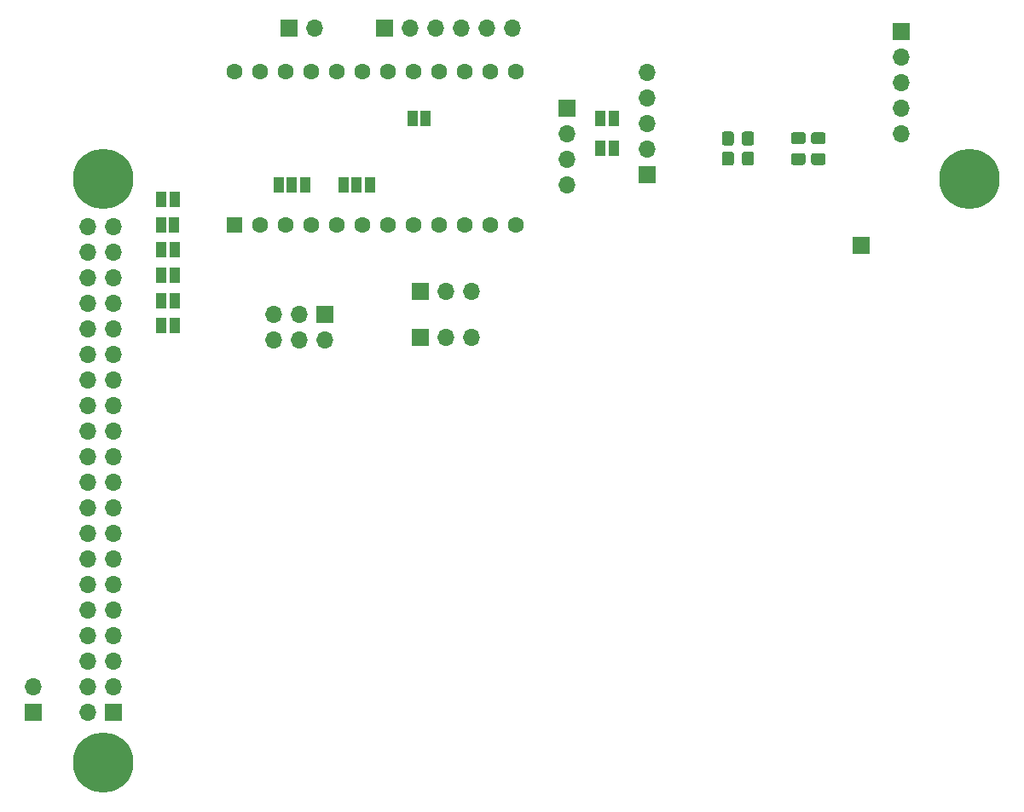
<source format=gbr>
%TF.GenerationSoftware,KiCad,Pcbnew,(5.1.10)-1*%
%TF.CreationDate,2022-01-27T16:25:42+08:00*%
%TF.ProjectId,hat,6861742e-6b69-4636-9164-5f7063625858,rev?*%
%TF.SameCoordinates,Original*%
%TF.FileFunction,Soldermask,Bot*%
%TF.FilePolarity,Negative*%
%FSLAX46Y46*%
G04 Gerber Fmt 4.6, Leading zero omitted, Abs format (unit mm)*
G04 Created by KiCad (PCBNEW (5.1.10)-1) date 2022-01-27 16:25:42*
%MOMM*%
%LPD*%
G01*
G04 APERTURE LIST*
%ADD10R,1.000000X1.500000*%
%ADD11C,1.600000*%
%ADD12R,1.600000X1.600000*%
%ADD13C,6.000000*%
%ADD14O,1.700000X1.700000*%
%ADD15R,1.700000X1.700000*%
G04 APERTURE END LIST*
D10*
%TO.C,JP2*%
X123840000Y-77600000D03*
X126440000Y-77600000D03*
X125140000Y-77600000D03*
%TD*%
%TO.C,JP1*%
X117420000Y-77580000D03*
X120020000Y-77580000D03*
X118720000Y-77580000D03*
%TD*%
D11*
%TO.C,U3*%
X113030000Y-66380000D03*
X115570000Y-66380000D03*
X118110000Y-66380000D03*
X120650000Y-66380000D03*
X123190000Y-66380000D03*
X125730000Y-66380000D03*
X128270000Y-66380000D03*
X130810000Y-66380000D03*
X133350000Y-66380000D03*
X135890000Y-66380000D03*
X138430000Y-66380000D03*
X140970000Y-66380000D03*
X140970000Y-81620000D03*
X138430000Y-81620000D03*
X135890000Y-81620000D03*
X133350000Y-81620000D03*
X130810000Y-81620000D03*
X128270000Y-81620000D03*
X125730000Y-81620000D03*
X123190000Y-81620000D03*
X120650000Y-81620000D03*
X118110000Y-81620000D03*
X115570000Y-81620000D03*
D12*
X113030000Y-81620000D03*
%TD*%
%TO.C,C2*%
G36*
G01*
X168525000Y-74450000D02*
X169475000Y-74450000D01*
G75*
G02*
X169725000Y-74700000I0J-250000D01*
G01*
X169725000Y-75375000D01*
G75*
G02*
X169475000Y-75625000I-250000J0D01*
G01*
X168525000Y-75625000D01*
G75*
G02*
X168275000Y-75375000I0J250000D01*
G01*
X168275000Y-74700000D01*
G75*
G02*
X168525000Y-74450000I250000J0D01*
G01*
G37*
G36*
G01*
X168525000Y-72375000D02*
X169475000Y-72375000D01*
G75*
G02*
X169725000Y-72625000I0J-250000D01*
G01*
X169725000Y-73300000D01*
G75*
G02*
X169475000Y-73550000I-250000J0D01*
G01*
X168525000Y-73550000D01*
G75*
G02*
X168275000Y-73300000I0J250000D01*
G01*
X168275000Y-72625000D01*
G75*
G02*
X168525000Y-72375000I250000J0D01*
G01*
G37*
%TD*%
%TO.C,C1*%
G36*
G01*
X170525000Y-74450000D02*
X171475000Y-74450000D01*
G75*
G02*
X171725000Y-74700000I0J-250000D01*
G01*
X171725000Y-75375000D01*
G75*
G02*
X171475000Y-75625000I-250000J0D01*
G01*
X170525000Y-75625000D01*
G75*
G02*
X170275000Y-75375000I0J250000D01*
G01*
X170275000Y-74700000D01*
G75*
G02*
X170525000Y-74450000I250000J0D01*
G01*
G37*
G36*
G01*
X170525000Y-72375000D02*
X171475000Y-72375000D01*
G75*
G02*
X171725000Y-72625000I0J-250000D01*
G01*
X171725000Y-73300000D01*
G75*
G02*
X171475000Y-73550000I-250000J0D01*
G01*
X170525000Y-73550000D01*
G75*
G02*
X170275000Y-73300000I0J250000D01*
G01*
X170275000Y-72625000D01*
G75*
G02*
X170525000Y-72375000I250000J0D01*
G01*
G37*
%TD*%
%TO.C,R1*%
G36*
G01*
X162600000Y-74549999D02*
X162600000Y-75450001D01*
G75*
G02*
X162350001Y-75700000I-249999J0D01*
G01*
X161649999Y-75700000D01*
G75*
G02*
X161400000Y-75450001I0J249999D01*
G01*
X161400000Y-74549999D01*
G75*
G02*
X161649999Y-74300000I249999J0D01*
G01*
X162350001Y-74300000D01*
G75*
G02*
X162600000Y-74549999I0J-249999D01*
G01*
G37*
G36*
G01*
X164600000Y-74549999D02*
X164600000Y-75450001D01*
G75*
G02*
X164350001Y-75700000I-249999J0D01*
G01*
X163649999Y-75700000D01*
G75*
G02*
X163400000Y-75450001I0J249999D01*
G01*
X163400000Y-74549999D01*
G75*
G02*
X163649999Y-74300000I249999J0D01*
G01*
X164350001Y-74300000D01*
G75*
G02*
X164600000Y-74549999I0J-249999D01*
G01*
G37*
%TD*%
%TO.C,R2*%
G36*
G01*
X162600000Y-72549999D02*
X162600000Y-73450001D01*
G75*
G02*
X162350001Y-73700000I-249999J0D01*
G01*
X161649999Y-73700000D01*
G75*
G02*
X161400000Y-73450001I0J249999D01*
G01*
X161400000Y-72549999D01*
G75*
G02*
X161649999Y-72300000I249999J0D01*
G01*
X162350001Y-72300000D01*
G75*
G02*
X162600000Y-72549999I0J-249999D01*
G01*
G37*
G36*
G01*
X164600000Y-72549999D02*
X164600000Y-73450001D01*
G75*
G02*
X164350001Y-73700000I-249999J0D01*
G01*
X163649999Y-73700000D01*
G75*
G02*
X163400000Y-73450001I0J249999D01*
G01*
X163400000Y-72549999D01*
G75*
G02*
X163649999Y-72300000I249999J0D01*
G01*
X164350001Y-72300000D01*
G75*
G02*
X164600000Y-72549999I0J-249999D01*
G01*
G37*
%TD*%
D13*
%TO.C,H3*%
X186000000Y-77000000D03*
%TD*%
D14*
%TO.C,SPI_PORT1*%
X140620000Y-62000000D03*
X138080000Y-62000000D03*
X135540000Y-62000000D03*
X133000000Y-62000000D03*
X130460000Y-62000000D03*
D15*
X127920000Y-62000000D03*
%TD*%
D14*
%TO.C,SDA_PU1*%
X136550000Y-88150000D03*
X134010000Y-88150000D03*
D15*
X131470000Y-88150000D03*
%TD*%
D14*
%TO.C,SCL_PU1*%
X136550000Y-92800000D03*
X134010000Y-92800000D03*
D15*
X131470000Y-92800000D03*
%TD*%
D10*
%TO.C,JP13*%
X130700000Y-71000000D03*
X132000000Y-71000000D03*
%TD*%
%TO.C,JP12*%
X150650000Y-71000000D03*
X149350000Y-71000000D03*
%TD*%
%TO.C,JP9*%
X150650000Y-74000000D03*
X149350000Y-74000000D03*
%TD*%
%TO.C,JP8*%
X105740000Y-81570000D03*
X107040000Y-81570000D03*
%TD*%
%TO.C,JP7*%
X105750000Y-84080000D03*
X107050000Y-84080000D03*
%TD*%
%TO.C,JP6*%
X105750000Y-91600000D03*
X107050000Y-91600000D03*
%TD*%
%TO.C,JP5*%
X105750000Y-79070000D03*
X107050000Y-79070000D03*
%TD*%
%TO.C,JP4*%
X105750000Y-86590000D03*
X107050000Y-86590000D03*
%TD*%
%TO.C,JP3*%
X105750000Y-89090000D03*
X107050000Y-89090000D03*
%TD*%
D14*
%TO.C,J6*%
X154000000Y-66460000D03*
X154000000Y-69000000D03*
X154000000Y-71540000D03*
X154000000Y-74080000D03*
D15*
X154000000Y-76620000D03*
%TD*%
D14*
%TO.C,J5*%
X179200000Y-72560000D03*
X179200000Y-70020000D03*
X179200000Y-67480000D03*
X179200000Y-64940000D03*
D15*
X179200000Y-62400000D03*
%TD*%
D14*
%TO.C,J4*%
X116920000Y-93000000D03*
X116920000Y-90460000D03*
X119460000Y-93000000D03*
X119460000Y-90460000D03*
X122000000Y-93000000D03*
D15*
X122000000Y-90460000D03*
%TD*%
D14*
%TO.C,J3*%
X121000000Y-62000000D03*
D15*
X118460000Y-62000000D03*
%TD*%
%TO.C,J2*%
X175200000Y-83600000D03*
%TD*%
D14*
%TO.C,J1*%
X98460000Y-81740000D03*
X101000000Y-81740000D03*
X98460000Y-84280000D03*
X101000000Y-84280000D03*
X98460000Y-86820000D03*
X101000000Y-86820000D03*
X98460000Y-89360000D03*
X101000000Y-89360000D03*
X98460000Y-91900000D03*
X101000000Y-91900000D03*
X98460000Y-94440000D03*
X101000000Y-94440000D03*
X98460000Y-96980000D03*
X101000000Y-96980000D03*
X98460000Y-99520000D03*
X101000000Y-99520000D03*
X98460000Y-102060000D03*
X101000000Y-102060000D03*
X98460000Y-104600000D03*
X101000000Y-104600000D03*
X98460000Y-107140000D03*
X101000000Y-107140000D03*
X98460000Y-109680000D03*
X101000000Y-109680000D03*
X98460000Y-112220000D03*
X101000000Y-112220000D03*
X98460000Y-114760000D03*
X101000000Y-114760000D03*
X98460000Y-117300000D03*
X101000000Y-117300000D03*
X98460000Y-119840000D03*
X101000000Y-119840000D03*
X98460000Y-122380000D03*
X101000000Y-122380000D03*
X98460000Y-124920000D03*
X101000000Y-124920000D03*
X98460000Y-127460000D03*
X101000000Y-127460000D03*
X98460000Y-130000000D03*
D15*
X101000000Y-130000000D03*
%TD*%
D14*
%TO.C,I2C_PORT1*%
X146000000Y-77620000D03*
X146000000Y-75080000D03*
X146000000Y-72540000D03*
D15*
X146000000Y-70000000D03*
%TD*%
D13*
%TO.C,H2*%
X100000000Y-77000000D03*
%TD*%
%TO.C,H1*%
X100000000Y-135000000D03*
%TD*%
D14*
%TO.C,FAN1*%
X93000000Y-127460000D03*
D15*
X93000000Y-130000000D03*
%TD*%
M02*

</source>
